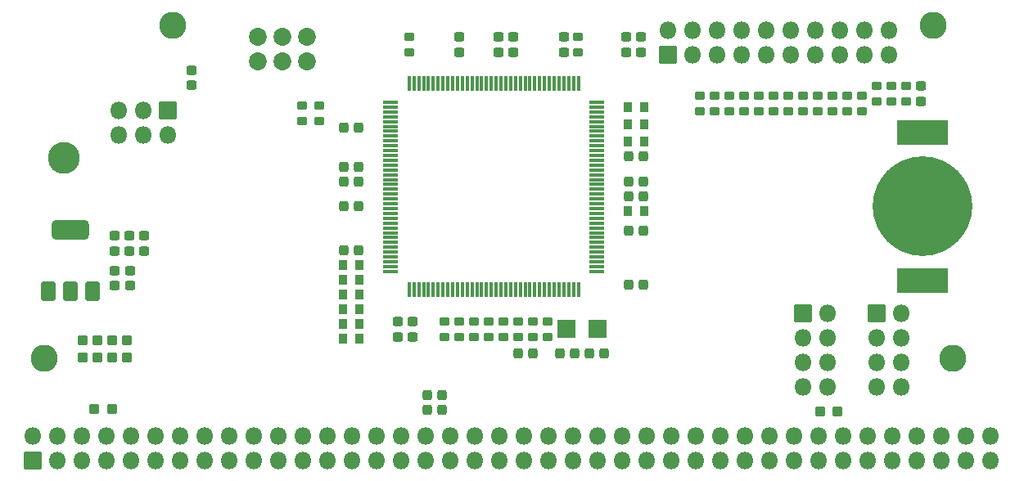
<source format=gbr>
%TF.GenerationSoftware,KiCad,Pcbnew,8.0.4*%
%TF.CreationDate,2024-08-16T16:49:31-07:00*%
%TF.ProjectId,SEWER,53455745-522e-46b6-9963-61645f706362,0*%
%TF.SameCoordinates,Original*%
%TF.FileFunction,Soldermask,Top*%
%TF.FilePolarity,Negative*%
%FSLAX46Y46*%
G04 Gerber Fmt 4.6, Leading zero omitted, Abs format (unit mm)*
G04 Created by KiCad (PCBNEW 8.0.4) date 2024-08-16 16:49:31*
%MOMM*%
%LPD*%
G01*
G04 APERTURE LIST*
G04 Aperture macros list*
%AMRoundRect*
0 Rectangle with rounded corners*
0 $1 Rounding radius*
0 $2 $3 $4 $5 $6 $7 $8 $9 X,Y pos of 4 corners*
0 Add a 4 corners polygon primitive as box body*
4,1,4,$2,$3,$4,$5,$6,$7,$8,$9,$2,$3,0*
0 Add four circle primitives for the rounded corners*
1,1,$1+$1,$2,$3*
1,1,$1+$1,$4,$5*
1,1,$1+$1,$6,$7*
1,1,$1+$1,$8,$9*
0 Add four rect primitives between the rounded corners*
20,1,$1+$1,$2,$3,$4,$5,0*
20,1,$1+$1,$4,$5,$6,$7,0*
20,1,$1+$1,$6,$7,$8,$9,0*
20,1,$1+$1,$8,$9,$2,$3,0*%
G04 Aperture macros list end*
%ADD10C,3.302000*%
%ADD11C,2.802000*%
%ADD12RoundRect,0.250500X0.250500X0.275500X-0.250500X0.275500X-0.250500X-0.275500X0.250500X-0.275500X0*%
%ADD13RoundRect,0.250500X0.275500X-0.250500X0.275500X0.250500X-0.275500X0.250500X-0.275500X-0.250500X0*%
%ADD14RoundRect,0.225500X-0.300500X0.225500X-0.300500X-0.225500X0.300500X-0.225500X0.300500X0.225500X0*%
%ADD15RoundRect,0.225500X0.225500X0.300500X-0.225500X0.300500X-0.225500X-0.300500X0.225500X-0.300500X0*%
%ADD16RoundRect,0.250500X-0.275500X0.250500X-0.275500X-0.250500X0.275500X-0.250500X0.275500X0.250500X0*%
%ADD17RoundRect,0.263000X0.263000X-0.275500X0.263000X0.275500X-0.263000X0.275500X-0.263000X-0.275500X0*%
%ADD18RoundRect,0.250500X-0.250500X-0.275500X0.250500X-0.275500X0.250500X0.275500X-0.250500X0.275500X0*%
%ADD19RoundRect,0.051000X-0.850000X0.850000X-0.850000X-0.850000X0.850000X-0.850000X0.850000X0.850000X0*%
%ADD20O,1.802000X1.802000*%
%ADD21RoundRect,0.051000X-0.875000X-0.900000X0.875000X-0.900000X0.875000X0.900000X-0.875000X0.900000X0*%
%ADD22RoundRect,0.225500X0.300500X-0.225500X0.300500X0.225500X-0.300500X0.225500X-0.300500X-0.225500X0*%
%ADD23RoundRect,0.225500X-0.225500X-0.300500X0.225500X-0.300500X0.225500X0.300500X-0.225500X0.300500X0*%
%ADD24RoundRect,0.263000X-0.275500X-0.263000X0.275500X-0.263000X0.275500X0.263000X-0.275500X0.263000X0*%
%ADD25RoundRect,0.051000X2.552700X-1.244600X2.552700X1.244600X-2.552700X1.244600X-2.552700X-1.244600X0*%
%ADD26C,10.312800*%
%ADD27RoundRect,0.051000X0.850000X-0.850000X0.850000X0.850000X-0.850000X0.850000X-0.850000X-0.850000X0*%
%ADD28RoundRect,0.051000X-0.850000X-0.850000X0.850000X-0.850000X0.850000X0.850000X-0.850000X0.850000X0*%
%ADD29RoundRect,0.263000X0.275500X0.263000X-0.275500X0.263000X-0.275500X-0.263000X0.275500X-0.263000X0*%
%ADD30RoundRect,0.100500X-0.688000X-0.100500X0.688000X-0.100500X0.688000X0.100500X-0.688000X0.100500X0*%
%ADD31RoundRect,0.100500X-0.100500X-0.688000X0.100500X-0.688000X0.100500X0.688000X-0.100500X0.688000X0*%
%ADD32RoundRect,0.400500X0.400500X-0.650500X0.400500X0.650500X-0.400500X0.650500X-0.400500X-0.650500X0*%
%ADD33RoundRect,0.525500X1.425500X-0.525500X1.425500X0.525500X-1.425500X0.525500X-1.425500X-0.525500X0*%
%ADD34C,1.854000*%
G04 APERTURE END LIST*
D10*
%TO.C,H1*%
X5024120Y33134300D03*
%TD*%
D11*
%TO.C,H3*%
X94886520Y46863000D03*
%TD*%
%TO.C,H4*%
X96918520Y12331700D03*
%TD*%
%TO.C,H5*%
X2992120Y12331700D03*
%TD*%
D12*
%TO.C,C602*%
X60891720Y12839700D03*
X59341720Y12839700D03*
%TD*%
D13*
%TO.C,C320*%
X11856720Y19866700D03*
X11856720Y21416700D03*
%TD*%
%TO.C,C317*%
X51480720Y44068700D03*
X51480720Y45618700D03*
%TD*%
D14*
%TO.C,R411*%
X53512720Y16204700D03*
X53512720Y14554700D03*
%TD*%
D15*
%TO.C,R405*%
X35541720Y15887700D03*
X33891720Y15887700D03*
%TD*%
D16*
%TO.C,C322*%
X11783720Y25044700D03*
X11783720Y23494700D03*
%TD*%
D17*
%TO.C,R206*%
X9951720Y12435200D03*
X9951720Y14260200D03*
%TD*%
D14*
%TO.C,R611*%
X75356720Y39572700D03*
X75356720Y37922700D03*
%TD*%
D18*
%TO.C,C312*%
X63405720Y29095700D03*
X64955720Y29095700D03*
%TD*%
D14*
%TO.C,R605*%
X89072720Y40588700D03*
X89072720Y38938700D03*
%TD*%
D18*
%TO.C,C309*%
X51975720Y12839700D03*
X53525720Y12839700D03*
%TD*%
D15*
%TO.C,R418*%
X35541720Y18935700D03*
X33891720Y18935700D03*
%TD*%
%TO.C,R408*%
X35541720Y21983700D03*
X33891720Y21983700D03*
%TD*%
D19*
%TO.C,J204*%
X15702520Y37990700D03*
D20*
X15702520Y35450700D03*
X13162520Y37990700D03*
X13162520Y35450700D03*
X10622520Y37990700D03*
X10622520Y35450700D03*
%TD*%
D12*
%TO.C,C304*%
X35491720Y28079700D03*
X33941720Y28079700D03*
%TD*%
D16*
%TO.C,C306*%
X39542720Y16154700D03*
X39542720Y14604700D03*
%TD*%
D12*
%TO.C,C201*%
X44127720Y8553700D03*
X42577720Y8553700D03*
%TD*%
D14*
%TO.C,R616*%
X72308720Y39572700D03*
X72308720Y37922700D03*
%TD*%
D18*
%TO.C,C311*%
X63405720Y33286700D03*
X64955720Y33286700D03*
%TD*%
D14*
%TO.C,R410*%
X50464720Y16204700D03*
X50464720Y14554700D03*
%TD*%
D17*
%TO.C,R205*%
X6903720Y12435200D03*
X6903720Y14260200D03*
%TD*%
D14*
%TO.C,R402*%
X45892720Y16204700D03*
X45892720Y14554700D03*
%TD*%
%TO.C,R604*%
X86024720Y39572700D03*
X86024720Y37922700D03*
%TD*%
%TO.C,R609*%
X81452720Y39572700D03*
X81452720Y37922700D03*
%TD*%
D21*
%TO.C,Y601*%
X56967720Y15379700D03*
X60217720Y15379700D03*
%TD*%
D22*
%TO.C,R305*%
X40685720Y44018700D03*
X40685720Y45668700D03*
%TD*%
D18*
%TO.C,C601*%
X56293720Y12839700D03*
X57843720Y12839700D03*
%TD*%
D23*
%TO.C,R619*%
X63355720Y38366700D03*
X65005720Y38366700D03*
%TD*%
D24*
%TO.C,R201*%
X8150220Y7124700D03*
X9975220Y7124700D03*
%TD*%
D12*
%TO.C,C305*%
X35491720Y23507700D03*
X33941720Y23507700D03*
%TD*%
D16*
%TO.C,C323*%
X13253720Y25044700D03*
X13253720Y23494700D03*
%TD*%
D14*
%TO.C,R404*%
X55036720Y16204700D03*
X55036720Y14554700D03*
%TD*%
D15*
%TO.C,R406*%
X35541720Y17411700D03*
X33891720Y17411700D03*
%TD*%
D12*
%TO.C,C202*%
X44127720Y7029700D03*
X42577720Y7029700D03*
%TD*%
D25*
%TO.C,B601*%
X93825921Y20429700D03*
X93825921Y35729700D03*
D26*
X93825921Y28079700D03*
%TD*%
D13*
%TO.C,C318*%
X56687720Y44068700D03*
X56687720Y45618700D03*
%TD*%
D22*
%TO.C,R301*%
X29636720Y36906700D03*
X29636720Y38556700D03*
%TD*%
D27*
%TO.C,J601*%
X67487720Y43765700D03*
D20*
X67487720Y46305700D03*
X70027720Y43765700D03*
X70027720Y46305700D03*
X72567720Y43765700D03*
X72567720Y46305700D03*
X75107720Y43765700D03*
X75107720Y46305700D03*
X77647720Y43765700D03*
X77647720Y46305700D03*
X80187720Y43765700D03*
X80187720Y46305700D03*
X82727720Y43765700D03*
X82727720Y46305700D03*
X85267720Y43765700D03*
X85267720Y46305700D03*
X87807720Y43765700D03*
X87807720Y46305700D03*
X90347720Y43765700D03*
X90347720Y46305700D03*
%TD*%
D13*
%TO.C,C315*%
X49956720Y44068700D03*
X49956720Y45618700D03*
%TD*%
D12*
%TO.C,C303*%
X35491720Y32143700D03*
X33941720Y32143700D03*
%TD*%
D17*
%TO.C,R204*%
X11475720Y12435200D03*
X11475720Y14260200D03*
%TD*%
D14*
%TO.C,R413*%
X51988720Y16204700D03*
X51988720Y14554700D03*
%TD*%
%TO.C,R606*%
X90596720Y40588700D03*
X90596720Y38938700D03*
%TD*%
D16*
%TO.C,C603*%
X63164720Y45618700D03*
X63164720Y44068700D03*
%TD*%
D14*
%TO.C,R412*%
X48940720Y16204700D03*
X48940720Y14554700D03*
%TD*%
D18*
%TO.C,C310*%
X63405720Y30619700D03*
X64955720Y30619700D03*
%TD*%
D14*
%TO.C,R401*%
X47416720Y16204700D03*
X47416720Y14554700D03*
%TD*%
D15*
%TO.C,R407*%
X35541720Y20459700D03*
X33891720Y20459700D03*
%TD*%
D14*
%TO.C,R602*%
X79928720Y39572700D03*
X79928720Y37922700D03*
%TD*%
D16*
%TO.C,C314*%
X18206720Y42189700D03*
X18206720Y40639700D03*
%TD*%
D22*
%TO.C,R304*%
X58192720Y44025700D03*
X58192720Y45675700D03*
%TD*%
D11*
%TO.C,H2*%
X16276320Y46863000D03*
%TD*%
D28*
%TO.C,J203*%
X89067720Y17020700D03*
D20*
X91607720Y17020700D03*
X89067720Y14480700D03*
X91607720Y14480700D03*
X89067720Y11940700D03*
X91607720Y11940700D03*
X89067720Y9400700D03*
X91607720Y9400700D03*
%TD*%
D19*
%TO.C,J201*%
X1803400Y1752600D03*
D20*
X4343400Y1752600D03*
X6883400Y1752600D03*
X9423400Y1752600D03*
X11963400Y1752600D03*
X14503400Y1752600D03*
X17043400Y1752600D03*
X19583400Y1752600D03*
X22123400Y1752600D03*
X24663400Y1752600D03*
X27203400Y1752600D03*
X29743400Y1752600D03*
X32283400Y1752600D03*
X34823400Y1752600D03*
X37363400Y1752600D03*
X39903400Y1752600D03*
X42443400Y1752600D03*
X44983400Y1752600D03*
X47523400Y1752600D03*
X50063400Y1752600D03*
X52603400Y1752600D03*
X55143400Y1752600D03*
X57683400Y1752600D03*
X60223400Y1752600D03*
X62763400Y1752600D03*
X65303400Y1752600D03*
X67843400Y1752600D03*
X70383400Y1752600D03*
X72923400Y1752600D03*
X75463400Y1752600D03*
X78003400Y1752600D03*
X80543400Y1752600D03*
X83083400Y1752600D03*
X85623400Y1752600D03*
X88163400Y1752600D03*
X90703400Y1752600D03*
X93243400Y1752600D03*
X95783400Y1752600D03*
X98323400Y1752600D03*
X100863400Y1752600D03*
X1803400Y4292600D03*
X4343400Y4292600D03*
X6883400Y4292600D03*
X9423400Y4292600D03*
X11963400Y4292600D03*
X14503400Y4292600D03*
X17043400Y4292600D03*
X19583400Y4292600D03*
X22123400Y4292600D03*
X24663400Y4292600D03*
X27203400Y4292600D03*
X29743400Y4292600D03*
X32283400Y4292600D03*
X34823400Y4292600D03*
X37363400Y4292600D03*
X39903400Y4292600D03*
X42443400Y4292600D03*
X44983400Y4292600D03*
X47523400Y4292600D03*
X50063400Y4292600D03*
X52603400Y4292600D03*
X55143400Y4292600D03*
X57683400Y4292600D03*
X60223400Y4292600D03*
X62763400Y4292600D03*
X65303400Y4292600D03*
X67843400Y4292600D03*
X70383400Y4292600D03*
X72923400Y4292600D03*
X75463400Y4292600D03*
X78003400Y4292600D03*
X80543400Y4292600D03*
X83083400Y4292600D03*
X85623400Y4292600D03*
X88163400Y4292600D03*
X90703400Y4292600D03*
X93243400Y4292600D03*
X95783400Y4292600D03*
X98323400Y4292600D03*
X100863400Y4292600D03*
%TD*%
D23*
%TO.C,R618*%
X63355720Y36588700D03*
X65005720Y36588700D03*
%TD*%
D14*
%TO.C,R610*%
X84500720Y39572700D03*
X84500720Y37922700D03*
%TD*%
D29*
%TO.C,R202*%
X85032220Y6870700D03*
X83207220Y6870700D03*
%TD*%
D14*
%TO.C,R603*%
X82976720Y39572700D03*
X82976720Y37922700D03*
%TD*%
%TO.C,R403*%
X44368720Y16204700D03*
X44368720Y14554700D03*
%TD*%
D28*
%TO.C,J202*%
X81442720Y17010700D03*
D20*
X83982720Y17010700D03*
X81442720Y14470700D03*
X83982720Y14470700D03*
X81442720Y11930700D03*
X83982720Y11930700D03*
X81442720Y9390700D03*
X83982720Y9390700D03*
%TD*%
D30*
%TO.C,U301*%
X38786220Y38861700D03*
X38786220Y38361700D03*
X38786220Y37861700D03*
X38786220Y37361700D03*
X38786220Y36861700D03*
X38786220Y36361700D03*
X38786220Y35861700D03*
X38786220Y35361700D03*
X38786220Y34861700D03*
X38786220Y34361700D03*
X38786220Y33861700D03*
X38786220Y33361700D03*
X38786220Y32861700D03*
X38786220Y32361700D03*
X38786220Y31861700D03*
X38786220Y31361700D03*
X38786220Y30861700D03*
X38786220Y30361700D03*
X38786220Y29861700D03*
X38786220Y29361700D03*
X38786220Y28861700D03*
X38786220Y28361700D03*
X38786220Y27861700D03*
X38786220Y27361700D03*
X38786220Y26861700D03*
X38786220Y26361700D03*
X38786220Y25861700D03*
X38786220Y25361700D03*
X38786220Y24861700D03*
X38786220Y24361700D03*
X38786220Y23861700D03*
X38786220Y23361700D03*
X38786220Y22861700D03*
X38786220Y22361700D03*
X38786220Y21861700D03*
X38786220Y21361700D03*
D31*
X40698720Y19449200D03*
X41198720Y19449200D03*
X41698720Y19449200D03*
X42198720Y19449200D03*
X42698720Y19449200D03*
X43198720Y19449200D03*
X43698720Y19449200D03*
X44198720Y19449200D03*
X44698720Y19449200D03*
X45198720Y19449200D03*
X45698720Y19449200D03*
X46198720Y19449200D03*
X46698720Y19449200D03*
X47198720Y19449200D03*
X47698720Y19449200D03*
X48198720Y19449200D03*
X48698720Y19449200D03*
X49198720Y19449200D03*
X49698720Y19449200D03*
X50198720Y19449200D03*
X50698720Y19449200D03*
X51198720Y19449200D03*
X51698720Y19449200D03*
X52198720Y19449200D03*
X52698720Y19449200D03*
X53198720Y19449200D03*
X53698720Y19449200D03*
X54198720Y19449200D03*
X54698720Y19449200D03*
X55198720Y19449200D03*
X55698720Y19449200D03*
X56198720Y19449200D03*
X56698720Y19449200D03*
X57198720Y19449200D03*
X57698720Y19449200D03*
X58198720Y19449200D03*
D30*
X60111220Y21361700D03*
X60111220Y21861700D03*
X60111220Y22361700D03*
X60111220Y22861700D03*
X60111220Y23361700D03*
X60111220Y23861700D03*
X60111220Y24361700D03*
X60111220Y24861700D03*
X60111220Y25361700D03*
X60111220Y25861700D03*
X60111220Y26361700D03*
X60111220Y26861700D03*
X60111220Y27361700D03*
X60111220Y27861700D03*
X60111220Y28361700D03*
X60111220Y28861700D03*
X60111220Y29361700D03*
X60111220Y29861700D03*
X60111220Y30361700D03*
X60111220Y30861700D03*
X60111220Y31361700D03*
X60111220Y31861700D03*
X60111220Y32361700D03*
X60111220Y32861700D03*
X60111220Y33361700D03*
X60111220Y33861700D03*
X60111220Y34361700D03*
X60111220Y34861700D03*
X60111220Y35361700D03*
X60111220Y35861700D03*
X60111220Y36361700D03*
X60111220Y36861700D03*
X60111220Y37361700D03*
X60111220Y37861700D03*
X60111220Y38361700D03*
X60111220Y38861700D03*
D31*
X58198720Y40774200D03*
X57698720Y40774200D03*
X57198720Y40774200D03*
X56698720Y40774200D03*
X56198720Y40774200D03*
X55698720Y40774200D03*
X55198720Y40774200D03*
X54698720Y40774200D03*
X54198720Y40774200D03*
X53698720Y40774200D03*
X53198720Y40774200D03*
X52698720Y40774200D03*
X52198720Y40774200D03*
X51698720Y40774200D03*
X51198720Y40774200D03*
X50698720Y40774200D03*
X50198720Y40774200D03*
X49698720Y40774200D03*
X49198720Y40774200D03*
X48698720Y40774200D03*
X48198720Y40774200D03*
X47698720Y40774200D03*
X47198720Y40774200D03*
X46698720Y40774200D03*
X46198720Y40774200D03*
X45698720Y40774200D03*
X45198720Y40774200D03*
X44698720Y40774200D03*
X44198720Y40774200D03*
X43698720Y40774200D03*
X43198720Y40774200D03*
X42698720Y40774200D03*
X42198720Y40774200D03*
X41698720Y40774200D03*
X41198720Y40774200D03*
X40698720Y40774200D03*
%TD*%
D13*
%TO.C,C316*%
X45892720Y44068700D03*
X45892720Y45618700D03*
%TD*%
D14*
%TO.C,R613*%
X73832720Y39572700D03*
X73832720Y37922700D03*
%TD*%
D15*
%TO.C,R417*%
X35541720Y14363700D03*
X33891720Y14363700D03*
%TD*%
D14*
%TO.C,R614*%
X76880720Y39572700D03*
X76880720Y37922700D03*
%TD*%
D13*
%TO.C,C319*%
X10259720Y19866700D03*
X10259720Y21416700D03*
%TD*%
D12*
%TO.C,C302*%
X35491720Y36207700D03*
X33941720Y36207700D03*
%TD*%
D15*
%TO.C,R303*%
X65005720Y27571700D03*
X63355720Y27571700D03*
%TD*%
D14*
%TO.C,R607*%
X87548720Y39572700D03*
X87548720Y37922700D03*
%TD*%
D16*
%TO.C,C308*%
X41066720Y16154700D03*
X41066720Y14604700D03*
%TD*%
D12*
%TO.C,C301*%
X35491720Y30619700D03*
X33941720Y30619700D03*
%TD*%
D16*
%TO.C,C321*%
X10259720Y25044700D03*
X10259720Y23494700D03*
%TD*%
D32*
%TO.C,U302*%
X3387720Y19341700D03*
X5687720Y19341700D03*
X7987720Y19341700D03*
D33*
X5687720Y25641700D03*
%TD*%
D16*
%TO.C,C604*%
X64688720Y45618700D03*
X64688720Y44068700D03*
%TD*%
D14*
%TO.C,R615*%
X70784720Y39572700D03*
X70784720Y37922700D03*
%TD*%
D23*
%TO.C,R617*%
X63355720Y34810700D03*
X65005720Y34810700D03*
%TD*%
D18*
%TO.C,C307*%
X63405720Y19951700D03*
X64955720Y19951700D03*
%TD*%
D17*
%TO.C,R203*%
X8427720Y12435200D03*
X8427720Y14260200D03*
%TD*%
D18*
%TO.C,C313*%
X63405720Y25539700D03*
X64955720Y25539700D03*
%TD*%
D14*
%TO.C,R608*%
X92120720Y40588700D03*
X92120720Y38938700D03*
%TD*%
D22*
%TO.C,R302*%
X31414720Y36906700D03*
X31414720Y38556700D03*
%TD*%
D34*
%TO.C,J301*%
X25064720Y43065700D03*
X25064720Y45605700D03*
X27604720Y43065700D03*
X27604720Y45605700D03*
X30144720Y43065700D03*
X30144720Y45605700D03*
%TD*%
D13*
%TO.C,C605*%
X93644720Y38988700D03*
X93644720Y40538700D03*
%TD*%
D14*
%TO.C,R612*%
X78404720Y39572700D03*
X78404720Y37922700D03*
%TD*%
M02*

</source>
